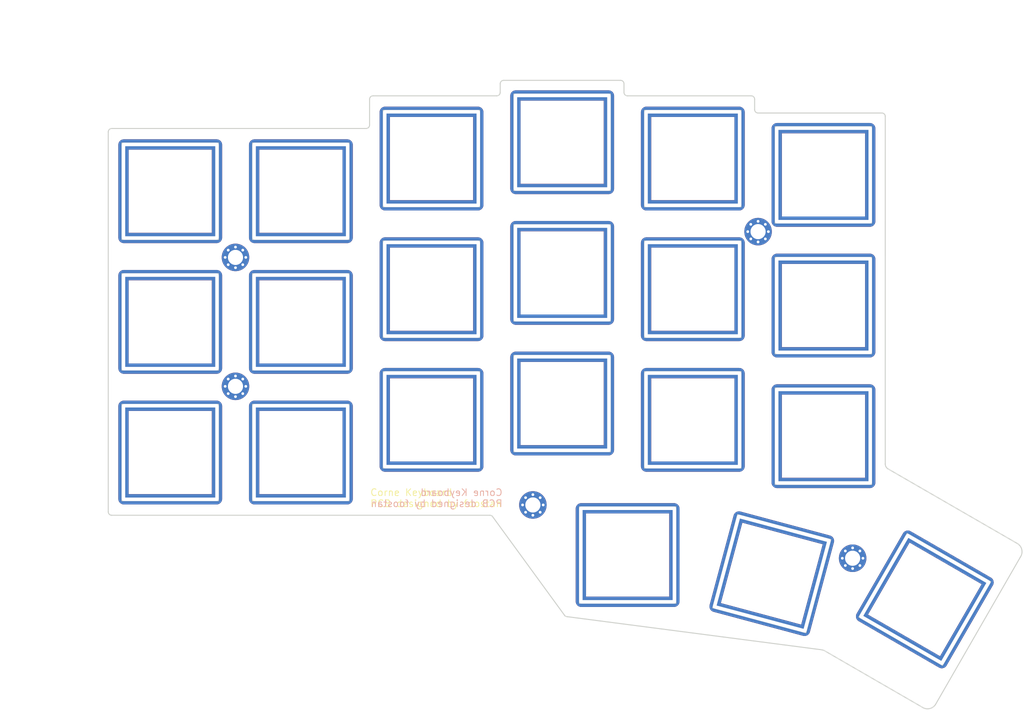
<source format=kicad_pcb>
(kicad_pcb (version 20171130) (host pcbnew "(5.1.2-1)-1")

  (general
    (thickness 1.6)
    (drawings 127)
    (tracks 0)
    (zones 0)
    (modules 26)
    (nets 1)
  )

  (page A4)
  (title_block
    (title "Corne Top Plate")
    (date 2018-12-09)
    (rev 2.1)
    (company foostan)
  )

  (layers
    (0 F.Cu signal)
    (31 B.Cu signal)
    (32 B.Adhes user)
    (33 F.Adhes user)
    (34 B.Paste user)
    (35 F.Paste user)
    (36 B.SilkS user)
    (37 F.SilkS user)
    (38 B.Mask user)
    (39 F.Mask user)
    (40 Dwgs.User user)
    (41 Cmts.User user)
    (42 Eco1.User user)
    (43 Eco2.User user)
    (44 Edge.Cuts user)
    (45 Margin user)
    (46 B.CrtYd user)
    (47 F.CrtYd user)
    (48 B.Fab user)
    (49 F.Fab user)
  )

  (setup
    (last_trace_width 0.25)
    (user_trace_width 0.2)
    (user_trace_width 0.5)
    (trace_clearance 0.2)
    (zone_clearance 0.508)
    (zone_45_only no)
    (trace_min 0.2)
    (via_size 0.6)
    (via_drill 0.4)
    (via_min_size 0.4)
    (via_min_drill 0.3)
    (uvia_size 0.3)
    (uvia_drill 0.1)
    (uvias_allowed no)
    (uvia_min_size 0.2)
    (uvia_min_drill 0.1)
    (edge_width 0.15)
    (segment_width 0.1)
    (pcb_text_width 0.3)
    (pcb_text_size 1.5 1.5)
    (mod_edge_width 0.15)
    (mod_text_size 1 1)
    (mod_text_width 0.15)
    (pad_size 4 4)
    (pad_drill 2.2)
    (pad_to_mask_clearance 0.2)
    (aux_axis_origin 174 65.7)
    (grid_origin 70.01 77.125)
    (visible_elements FFFFFF7F)
    (pcbplotparams
      (layerselection 0x010f0_ffffffff)
      (usegerberextensions true)
      (usegerberattributes false)
      (usegerberadvancedattributes false)
      (creategerberjobfile false)
      (excludeedgelayer true)
      (linewidth 0.100000)
      (plotframeref false)
      (viasonmask false)
      (mode 1)
      (useauxorigin false)
      (hpglpennumber 1)
      (hpglpenspeed 20)
      (hpglpendiameter 15.000000)
      (psnegative false)
      (psa4output false)
      (plotreference true)
      (plotvalue true)
      (plotinvisibletext false)
      (padsonsilk false)
      (subtractmaskfromsilk false)
      (outputformat 1)
      (mirror false)
      (drillshape 0)
      (scaleselection 1)
      (outputdirectory "gerber/"))
  )

  (net 0 "")

  (net_class Default "これは標準のネット クラスです。"
    (clearance 0.2)
    (trace_width 0.25)
    (via_dia 0.6)
    (via_drill 0.4)
    (uvia_dia 0.3)
    (uvia_drill 0.1)
  )

  (module kbd:M2_HOLE_v3 (layer F.Cu) (tedit 5DC1AD4B) (tstamp 5AAA7C4A)
    (at 122.75 122.75)
    (descr "Mounting Hole 2.2mm, no annular, M2")
    (tags "mounting hole 2.2mm no annular m2")
    (attr virtual)
    (fp_text reference "" (at 0 -3.2) (layer F.SilkS)
      (effects (font (size 1 1) (thickness 0.15)))
    )
    (fp_text value "" (at 0 3.2) (layer F.Fab)
      (effects (font (size 1 1) (thickness 0.15)))
    )
    (fp_circle (center 0 0) (end 2.45 0) (layer F.CrtYd) (width 0.05))
    (fp_circle (center 0 0) (end 2.2 0) (layer Cmts.User) (width 0.15))
    (fp_text user %R (at 0.3 0) (layer F.Fab)
      (effects (font (size 1 1) (thickness 0.15)))
    )
    (pad 1 thru_hole circle (at 1.06 -1.06) (size 0.5 0.5) (drill 0.4) (layers *.Cu *.Mask))
    (pad 1 thru_hole circle (at -1.06 -1.06) (size 0.5 0.5) (drill 0.4) (layers *.Cu *.Mask))
    (pad 1 thru_hole circle (at -1.06 1.06) (size 0.5 0.5) (drill 0.4) (layers *.Cu *.Mask))
    (pad 1 thru_hole circle (at 1.06 1.06) (size 0.5 0.5) (drill 0.4) (layers *.Cu *.Mask))
    (pad 1 thru_hole circle (at 0 -1.5) (size 0.5 0.5) (drill 0.4) (layers *.Cu *.Mask))
    (pad 1 thru_hole circle (at 0 1.5) (size 0.5 0.5) (drill 0.4) (layers *.Cu *.Mask))
    (pad 1 thru_hole circle (at -1.5 0) (size 0.5 0.5) (drill 0.4) (layers *.Cu *.Mask))
    (pad 1 thru_hole circle (at 1.5 0) (size 0.5 0.5) (drill 0.4) (layers *.Cu *.Mask))
    (pad 1 thru_hole circle (at 0 0) (size 4 4) (drill 2.2) (layers *.Cu *.Mask))
  )

  (module kbd:M2_HOLE_v3 (layer F.Cu) (tedit 5DC1AD4B) (tstamp 5AAA7D53)
    (at 169.25 130.5)
    (descr "Mounting Hole 2.2mm, no annular, M2")
    (tags "mounting hole 2.2mm no annular m2")
    (attr virtual)
    (fp_text reference "" (at 0 -3.2) (layer F.SilkS)
      (effects (font (size 1 1) (thickness 0.15)))
    )
    (fp_text value "" (at 0 3.2) (layer F.Fab)
      (effects (font (size 1 1) (thickness 0.15)))
    )
    (fp_circle (center 0 0) (end 2.45 0) (layer F.CrtYd) (width 0.05))
    (fp_circle (center 0 0) (end 2.2 0) (layer Cmts.User) (width 0.15))
    (fp_text user %R (at 0.3 0) (layer F.Fab)
      (effects (font (size 1 1) (thickness 0.15)))
    )
    (pad 1 thru_hole circle (at 1.06 -1.06) (size 0.5 0.5) (drill 0.4) (layers *.Cu *.Mask))
    (pad 1 thru_hole circle (at -1.06 -1.06) (size 0.5 0.5) (drill 0.4) (layers *.Cu *.Mask))
    (pad 1 thru_hole circle (at -1.06 1.06) (size 0.5 0.5) (drill 0.4) (layers *.Cu *.Mask))
    (pad 1 thru_hole circle (at 1.06 1.06) (size 0.5 0.5) (drill 0.4) (layers *.Cu *.Mask))
    (pad 1 thru_hole circle (at 0 -1.5) (size 0.5 0.5) (drill 0.4) (layers *.Cu *.Mask))
    (pad 1 thru_hole circle (at 0 1.5) (size 0.5 0.5) (drill 0.4) (layers *.Cu *.Mask))
    (pad 1 thru_hole circle (at -1.5 0) (size 0.5 0.5) (drill 0.4) (layers *.Cu *.Mask))
    (pad 1 thru_hole circle (at 1.5 0) (size 0.5 0.5) (drill 0.4) (layers *.Cu *.Mask))
    (pad 1 thru_hole circle (at 0 0) (size 4 4) (drill 2.2) (layers *.Cu *.Mask))
  )

  (module kbd:M2_HOLE_v3 (layer F.Cu) (tedit 5DC1AD4B) (tstamp 5AAA5A9F)
    (at 79.5 105.5)
    (descr "Mounting Hole 2.2mm, no annular, M2")
    (tags "mounting hole 2.2mm no annular m2")
    (attr virtual)
    (fp_text reference "" (at 0 -3.2) (layer F.SilkS)
      (effects (font (size 1 1) (thickness 0.15)))
    )
    (fp_text value "" (at 0 3.2) (layer F.Fab)
      (effects (font (size 1 1) (thickness 0.15)))
    )
    (fp_circle (center 0 0) (end 2.45 0) (layer F.CrtYd) (width 0.05))
    (fp_circle (center 0 0) (end 2.2 0) (layer Cmts.User) (width 0.15))
    (fp_text user %R (at 0.3 0) (layer F.Fab)
      (effects (font (size 1 1) (thickness 0.15)))
    )
    (pad 1 thru_hole circle (at 1.06 -1.06) (size 0.5 0.5) (drill 0.4) (layers *.Cu *.Mask))
    (pad 1 thru_hole circle (at -1.06 -1.06) (size 0.5 0.5) (drill 0.4) (layers *.Cu *.Mask))
    (pad 1 thru_hole circle (at -1.06 1.06) (size 0.5 0.5) (drill 0.4) (layers *.Cu *.Mask))
    (pad 1 thru_hole circle (at 1.06 1.06) (size 0.5 0.5) (drill 0.4) (layers *.Cu *.Mask))
    (pad 1 thru_hole circle (at 0 -1.5) (size 0.5 0.5) (drill 0.4) (layers *.Cu *.Mask))
    (pad 1 thru_hole circle (at 0 1.5) (size 0.5 0.5) (drill 0.4) (layers *.Cu *.Mask))
    (pad 1 thru_hole circle (at -1.5 0) (size 0.5 0.5) (drill 0.4) (layers *.Cu *.Mask))
    (pad 1 thru_hole circle (at 1.5 0) (size 0.5 0.5) (drill 0.4) (layers *.Cu *.Mask))
    (pad 1 thru_hole circle (at 0 0) (size 4 4) (drill 2.2) (layers *.Cu *.Mask))
  )

  (module kbd:M2_HOLE_v3 (layer F.Cu) (tedit 5DC1AD4B) (tstamp 5AAA7C39)
    (at 155.5 83)
    (descr "Mounting Hole 2.2mm, no annular, M2")
    (tags "mounting hole 2.2mm no annular m2")
    (attr virtual)
    (fp_text reference "" (at 0 -3.2) (layer F.SilkS)
      (effects (font (size 1 1) (thickness 0.15)))
    )
    (fp_text value "" (at 0 3.2) (layer F.Fab)
      (effects (font (size 1 1) (thickness 0.15)))
    )
    (fp_circle (center 0 0) (end 2.45 0) (layer F.CrtYd) (width 0.05))
    (fp_circle (center 0 0) (end 2.2 0) (layer Cmts.User) (width 0.15))
    (fp_text user %R (at 0.3 0) (layer F.Fab)
      (effects (font (size 1 1) (thickness 0.15)))
    )
    (pad 1 thru_hole circle (at 1.06 -1.06) (size 0.5 0.5) (drill 0.4) (layers *.Cu *.Mask))
    (pad 1 thru_hole circle (at -1.06 -1.06) (size 0.5 0.5) (drill 0.4) (layers *.Cu *.Mask))
    (pad 1 thru_hole circle (at -1.06 1.06) (size 0.5 0.5) (drill 0.4) (layers *.Cu *.Mask))
    (pad 1 thru_hole circle (at 1.06 1.06) (size 0.5 0.5) (drill 0.4) (layers *.Cu *.Mask))
    (pad 1 thru_hole circle (at 0 -1.5) (size 0.5 0.5) (drill 0.4) (layers *.Cu *.Mask))
    (pad 1 thru_hole circle (at 0 1.5) (size 0.5 0.5) (drill 0.4) (layers *.Cu *.Mask))
    (pad 1 thru_hole circle (at -1.5 0) (size 0.5 0.5) (drill 0.4) (layers *.Cu *.Mask))
    (pad 1 thru_hole circle (at 1.5 0) (size 0.5 0.5) (drill 0.4) (layers *.Cu *.Mask))
    (pad 1 thru_hole circle (at 0 0) (size 4 4) (drill 2.2) (layers *.Cu *.Mask))
  )

  (module kbd:M2_HOLE_v3 (layer F.Cu) (tedit 5DC1AD4B) (tstamp 5AAA5A7C)
    (at 79.5 86.75)
    (descr "Mounting Hole 2.2mm, no annular, M2")
    (tags "mounting hole 2.2mm no annular m2")
    (attr virtual)
    (fp_text reference "" (at 0 -3.2) (layer F.SilkS)
      (effects (font (size 1 1) (thickness 0.15)))
    )
    (fp_text value "" (at 0 3.2) (layer F.Fab)
      (effects (font (size 1 1) (thickness 0.15)))
    )
    (fp_circle (center 0 0) (end 2.45 0) (layer F.CrtYd) (width 0.05))
    (fp_circle (center 0 0) (end 2.2 0) (layer Cmts.User) (width 0.15))
    (fp_text user %R (at 0.3 0) (layer F.Fab)
      (effects (font (size 1 1) (thickness 0.15)))
    )
    (pad 1 thru_hole circle (at 1.06 -1.06) (size 0.5 0.5) (drill 0.4) (layers *.Cu *.Mask))
    (pad 1 thru_hole circle (at -1.06 -1.06) (size 0.5 0.5) (drill 0.4) (layers *.Cu *.Mask))
    (pad 1 thru_hole circle (at -1.06 1.06) (size 0.5 0.5) (drill 0.4) (layers *.Cu *.Mask))
    (pad 1 thru_hole circle (at 1.06 1.06) (size 0.5 0.5) (drill 0.4) (layers *.Cu *.Mask))
    (pad 1 thru_hole circle (at 0 -1.5) (size 0.5 0.5) (drill 0.4) (layers *.Cu *.Mask))
    (pad 1 thru_hole circle (at 0 1.5) (size 0.5 0.5) (drill 0.4) (layers *.Cu *.Mask))
    (pad 1 thru_hole circle (at -1.5 0) (size 0.5 0.5) (drill 0.4) (layers *.Cu *.Mask))
    (pad 1 thru_hole circle (at 1.5 0) (size 0.5 0.5) (drill 0.4) (layers *.Cu *.Mask))
    (pad 1 thru_hole circle (at 0 0) (size 4 4) (drill 2.2) (layers *.Cu *.Mask))
  )

  (module kbd:SW_Hole_TH (layer F.Cu) (tedit 5DC1A8B7) (tstamp 5DC20BEA)
    (at 179.75 136.485 330)
    (fp_text reference SW2 (at 7 8.1 150) (layer F.SilkS) hide
      (effects (font (size 1 1) (thickness 0.15)))
    )
    (fp_text value KEY_SWITCH (at -7.4 -8.1 150) (layer F.Fab) hide
      (effects (font (size 1 1) (thickness 0.15)))
    )
    (fp_line (start 9.525 9.525) (end 9.525 -9.525) (layer F.Fab) (width 0.15))
    (fp_line (start -9.525 9.525) (end 9.525 9.525) (layer F.Fab) (width 0.15))
    (fp_line (start -9.525 -9.525) (end -9.525 9.525) (layer F.Fab) (width 0.15))
    (fp_line (start 9.525 -9.525) (end -9.525 -9.525) (layer F.Fab) (width 0.15))
    (pad 1 thru_hole oval (at 6.8 0 330) (size 1.5 15) (drill oval 0.5 14) (layers *.Cu *.Mask))
    (pad 1 thru_hole oval (at -6.8 0 330) (size 1.5 15) (drill oval 0.5 14) (layers *.Cu *.Mask))
    (pad 1 thru_hole oval (at 0 6.8 60) (size 1.5 15) (drill oval 0.5 14) (layers *.Cu *.Mask))
    (pad 1 thru_hole oval (at 0 -6.8 60) (size 1.5 15) (drill oval 0.5 14) (layers *.Cu *.Mask))
  )

  (module kbd:SW_Hole_TH (layer F.Cu) (tedit 5DC1A8B7) (tstamp 5DC20BC9)
    (at 157.492 132.744 345)
    (fp_text reference SW2 (at 7 8.1 165) (layer F.SilkS) hide
      (effects (font (size 1 1) (thickness 0.15)))
    )
    (fp_text value KEY_SWITCH (at -7.4 -8.1 165) (layer F.Fab) hide
      (effects (font (size 1 1) (thickness 0.15)))
    )
    (fp_line (start 9.525 -9.525) (end -9.525 -9.525) (layer F.Fab) (width 0.15))
    (fp_line (start -9.525 -9.525) (end -9.525 9.525) (layer F.Fab) (width 0.15))
    (fp_line (start -9.525 9.525) (end 9.525 9.525) (layer F.Fab) (width 0.15))
    (fp_line (start 9.525 9.525) (end 9.525 -9.525) (layer F.Fab) (width 0.15))
    (pad 1 thru_hole oval (at 0 -6.8 75) (size 1.5 15) (drill oval 0.5 14) (layers *.Cu *.Mask))
    (pad 1 thru_hole oval (at 0 6.8 75) (size 1.5 15) (drill oval 0.5 14) (layers *.Cu *.Mask))
    (pad 1 thru_hole oval (at -6.8 0 345) (size 1.5 15) (drill oval 0.5 14) (layers *.Cu *.Mask))
    (pad 1 thru_hole oval (at 6.8 0 345) (size 1.5 15) (drill oval 0.5 14) (layers *.Cu *.Mask))
  )

  (module kbd:SW_Hole_TH (layer F.Cu) (tedit 5DC1A8B7) (tstamp 5DC20B59)
    (at 136.53 130.035)
    (fp_text reference SW2 (at 7 8.1) (layer F.SilkS) hide
      (effects (font (size 1 1) (thickness 0.15)))
    )
    (fp_text value KEY_SWITCH (at -7.4 -8.1) (layer F.Fab) hide
      (effects (font (size 1 1) (thickness 0.15)))
    )
    (fp_line (start 9.525 9.525) (end 9.525 -9.525) (layer F.Fab) (width 0.15))
    (fp_line (start -9.525 9.525) (end 9.525 9.525) (layer F.Fab) (width 0.15))
    (fp_line (start -9.525 -9.525) (end -9.525 9.525) (layer F.Fab) (width 0.15))
    (fp_line (start 9.525 -9.525) (end -9.525 -9.525) (layer F.Fab) (width 0.15))
    (pad 1 thru_hole oval (at 6.8 0) (size 1.5 15) (drill oval 0.5 14) (layers *.Cu *.Mask))
    (pad 1 thru_hole oval (at -6.8 0) (size 1.5 15) (drill oval 0.5 14) (layers *.Cu *.Mask))
    (pad 1 thru_hole oval (at 0 6.8 90) (size 1.5 15) (drill oval 0.5 14) (layers *.Cu *.Mask))
    (pad 1 thru_hole oval (at 0 -6.8 90) (size 1.5 15) (drill oval 0.5 14) (layers *.Cu *.Mask))
  )

  (module kbd:SW_Hole_TH (layer F.Cu) (tedit 5DC1A8B7) (tstamp 5DC20AAA)
    (at 165.01 112.75)
    (fp_text reference SW2 (at 7 8.1) (layer F.SilkS) hide
      (effects (font (size 1 1) (thickness 0.15)))
    )
    (fp_text value KEY_SWITCH (at -7.4 -8.1) (layer F.Fab) hide
      (effects (font (size 1 1) (thickness 0.15)))
    )
    (fp_line (start 9.525 9.525) (end 9.525 -9.525) (layer F.Fab) (width 0.15))
    (fp_line (start -9.525 9.525) (end 9.525 9.525) (layer F.Fab) (width 0.15))
    (fp_line (start -9.525 -9.525) (end -9.525 9.525) (layer F.Fab) (width 0.15))
    (fp_line (start 9.525 -9.525) (end -9.525 -9.525) (layer F.Fab) (width 0.15))
    (pad 1 thru_hole oval (at 6.8 0) (size 1.5 15) (drill oval 0.5 14) (layers *.Cu *.Mask))
    (pad 1 thru_hole oval (at -6.8 0) (size 1.5 15) (drill oval 0.5 14) (layers *.Cu *.Mask))
    (pad 1 thru_hole oval (at 0 6.8 90) (size 1.5 15) (drill oval 0.5 14) (layers *.Cu *.Mask))
    (pad 1 thru_hole oval (at 0 -6.8 90) (size 1.5 15) (drill oval 0.5 14) (layers *.Cu *.Mask))
  )

  (module kbd:SW_Hole_TH (layer F.Cu) (tedit 5DC1A8B7) (tstamp 5DC20A9F)
    (at 165.01 74.75)
    (fp_text reference SW2 (at 7 8.1) (layer F.SilkS) hide
      (effects (font (size 1 1) (thickness 0.15)))
    )
    (fp_text value KEY_SWITCH (at -7.4 -8.1) (layer F.Fab) hide
      (effects (font (size 1 1) (thickness 0.15)))
    )
    (fp_line (start 9.525 9.525) (end 9.525 -9.525) (layer F.Fab) (width 0.15))
    (fp_line (start -9.525 9.525) (end 9.525 9.525) (layer F.Fab) (width 0.15))
    (fp_line (start -9.525 -9.525) (end -9.525 9.525) (layer F.Fab) (width 0.15))
    (fp_line (start 9.525 -9.525) (end -9.525 -9.525) (layer F.Fab) (width 0.15))
    (pad 1 thru_hole oval (at 6.8 0) (size 1.5 15) (drill oval 0.5 14) (layers *.Cu *.Mask))
    (pad 1 thru_hole oval (at -6.8 0) (size 1.5 15) (drill oval 0.5 14) (layers *.Cu *.Mask))
    (pad 1 thru_hole oval (at 0 6.8 90) (size 1.5 15) (drill oval 0.5 14) (layers *.Cu *.Mask))
    (pad 1 thru_hole oval (at 0 -6.8 90) (size 1.5 15) (drill oval 0.5 14) (layers *.Cu *.Mask))
  )

  (module kbd:SW_Hole_TH (layer F.Cu) (tedit 5DC1A8B7) (tstamp 5DC20A94)
    (at 165.01 93.75)
    (fp_text reference SW2 (at 7 8.1) (layer F.SilkS) hide
      (effects (font (size 1 1) (thickness 0.15)))
    )
    (fp_text value KEY_SWITCH (at -7.4 -8.1) (layer F.Fab) hide
      (effects (font (size 1 1) (thickness 0.15)))
    )
    (fp_line (start 9.525 -9.525) (end -9.525 -9.525) (layer F.Fab) (width 0.15))
    (fp_line (start -9.525 -9.525) (end -9.525 9.525) (layer F.Fab) (width 0.15))
    (fp_line (start -9.525 9.525) (end 9.525 9.525) (layer F.Fab) (width 0.15))
    (fp_line (start 9.525 9.525) (end 9.525 -9.525) (layer F.Fab) (width 0.15))
    (pad 1 thru_hole oval (at 0 -6.8 90) (size 1.5 15) (drill oval 0.5 14) (layers *.Cu *.Mask))
    (pad 1 thru_hole oval (at 0 6.8 90) (size 1.5 15) (drill oval 0.5 14) (layers *.Cu *.Mask))
    (pad 1 thru_hole oval (at -6.8 0) (size 1.5 15) (drill oval 0.5 14) (layers *.Cu *.Mask))
    (pad 1 thru_hole oval (at 6.8 0) (size 1.5 15) (drill oval 0.5 14) (layers *.Cu *.Mask))
  )

  (module kbd:SW_Hole_TH (layer F.Cu) (tedit 5DC1A8B7) (tstamp 5DC20A68)
    (at 146.01 91.375)
    (fp_text reference SW2 (at 7 8.1) (layer F.SilkS) hide
      (effects (font (size 1 1) (thickness 0.15)))
    )
    (fp_text value KEY_SWITCH (at -7.4 -8.1) (layer F.Fab) hide
      (effects (font (size 1 1) (thickness 0.15)))
    )
    (fp_line (start 9.525 9.525) (end 9.525 -9.525) (layer F.Fab) (width 0.15))
    (fp_line (start -9.525 9.525) (end 9.525 9.525) (layer F.Fab) (width 0.15))
    (fp_line (start -9.525 -9.525) (end -9.525 9.525) (layer F.Fab) (width 0.15))
    (fp_line (start 9.525 -9.525) (end -9.525 -9.525) (layer F.Fab) (width 0.15))
    (pad 1 thru_hole oval (at 6.8 0) (size 1.5 15) (drill oval 0.5 14) (layers *.Cu *.Mask))
    (pad 1 thru_hole oval (at -6.8 0) (size 1.5 15) (drill oval 0.5 14) (layers *.Cu *.Mask))
    (pad 1 thru_hole oval (at 0 6.8 90) (size 1.5 15) (drill oval 0.5 14) (layers *.Cu *.Mask))
    (pad 1 thru_hole oval (at 0 -6.8 90) (size 1.5 15) (drill oval 0.5 14) (layers *.Cu *.Mask))
  )

  (module kbd:SW_Hole_TH (layer F.Cu) (tedit 5DC1A8B7) (tstamp 5DC20A5D)
    (at 146.01 72.375)
    (fp_text reference SW2 (at 7 8.1) (layer F.SilkS) hide
      (effects (font (size 1 1) (thickness 0.15)))
    )
    (fp_text value KEY_SWITCH (at -7.4 -8.1) (layer F.Fab) hide
      (effects (font (size 1 1) (thickness 0.15)))
    )
    (fp_line (start 9.525 -9.525) (end -9.525 -9.525) (layer F.Fab) (width 0.15))
    (fp_line (start -9.525 -9.525) (end -9.525 9.525) (layer F.Fab) (width 0.15))
    (fp_line (start -9.525 9.525) (end 9.525 9.525) (layer F.Fab) (width 0.15))
    (fp_line (start 9.525 9.525) (end 9.525 -9.525) (layer F.Fab) (width 0.15))
    (pad 1 thru_hole oval (at 0 -6.8 90) (size 1.5 15) (drill oval 0.5 14) (layers *.Cu *.Mask))
    (pad 1 thru_hole oval (at 0 6.8 90) (size 1.5 15) (drill oval 0.5 14) (layers *.Cu *.Mask))
    (pad 1 thru_hole oval (at -6.8 0) (size 1.5 15) (drill oval 0.5 14) (layers *.Cu *.Mask))
    (pad 1 thru_hole oval (at 6.8 0) (size 1.5 15) (drill oval 0.5 14) (layers *.Cu *.Mask))
  )

  (module kbd:SW_Hole_TH (layer F.Cu) (tedit 5DC1A8B7) (tstamp 5DC20A52)
    (at 146.01 110.375)
    (fp_text reference SW2 (at 7 8.1) (layer F.SilkS) hide
      (effects (font (size 1 1) (thickness 0.15)))
    )
    (fp_text value KEY_SWITCH (at -7.4 -8.1) (layer F.Fab) hide
      (effects (font (size 1 1) (thickness 0.15)))
    )
    (fp_line (start 9.525 -9.525) (end -9.525 -9.525) (layer F.Fab) (width 0.15))
    (fp_line (start -9.525 -9.525) (end -9.525 9.525) (layer F.Fab) (width 0.15))
    (fp_line (start -9.525 9.525) (end 9.525 9.525) (layer F.Fab) (width 0.15))
    (fp_line (start 9.525 9.525) (end 9.525 -9.525) (layer F.Fab) (width 0.15))
    (pad 1 thru_hole oval (at 0 -6.8 90) (size 1.5 15) (drill oval 0.5 14) (layers *.Cu *.Mask))
    (pad 1 thru_hole oval (at 0 6.8 90) (size 1.5 15) (drill oval 0.5 14) (layers *.Cu *.Mask))
    (pad 1 thru_hole oval (at -6.8 0) (size 1.5 15) (drill oval 0.5 14) (layers *.Cu *.Mask))
    (pad 1 thru_hole oval (at 6.8 0) (size 1.5 15) (drill oval 0.5 14) (layers *.Cu *.Mask))
  )

  (module kbd:SW_Hole_TH (layer F.Cu) (tedit 5DC1A8B7) (tstamp 5DC20A26)
    (at 127.01 89)
    (fp_text reference SW2 (at 7 8.1) (layer F.SilkS) hide
      (effects (font (size 1 1) (thickness 0.15)))
    )
    (fp_text value KEY_SWITCH (at -7.4 -8.1) (layer F.Fab) hide
      (effects (font (size 1 1) (thickness 0.15)))
    )
    (fp_line (start 9.525 -9.525) (end -9.525 -9.525) (layer F.Fab) (width 0.15))
    (fp_line (start -9.525 -9.525) (end -9.525 9.525) (layer F.Fab) (width 0.15))
    (fp_line (start -9.525 9.525) (end 9.525 9.525) (layer F.Fab) (width 0.15))
    (fp_line (start 9.525 9.525) (end 9.525 -9.525) (layer F.Fab) (width 0.15))
    (pad 1 thru_hole oval (at 0 -6.8 90) (size 1.5 15) (drill oval 0.5 14) (layers *.Cu *.Mask))
    (pad 1 thru_hole oval (at 0 6.8 90) (size 1.5 15) (drill oval 0.5 14) (layers *.Cu *.Mask))
    (pad 1 thru_hole oval (at -6.8 0) (size 1.5 15) (drill oval 0.5 14) (layers *.Cu *.Mask))
    (pad 1 thru_hole oval (at 6.8 0) (size 1.5 15) (drill oval 0.5 14) (layers *.Cu *.Mask))
  )

  (module kbd:SW_Hole_TH (layer F.Cu) (tedit 5DC1A8B7) (tstamp 5DC20A1B)
    (at 127.01 108)
    (fp_text reference SW2 (at 7 8.1) (layer F.SilkS) hide
      (effects (font (size 1 1) (thickness 0.15)))
    )
    (fp_text value KEY_SWITCH (at -7.4 -8.1) (layer F.Fab) hide
      (effects (font (size 1 1) (thickness 0.15)))
    )
    (fp_line (start 9.525 9.525) (end 9.525 -9.525) (layer F.Fab) (width 0.15))
    (fp_line (start -9.525 9.525) (end 9.525 9.525) (layer F.Fab) (width 0.15))
    (fp_line (start -9.525 -9.525) (end -9.525 9.525) (layer F.Fab) (width 0.15))
    (fp_line (start 9.525 -9.525) (end -9.525 -9.525) (layer F.Fab) (width 0.15))
    (pad 1 thru_hole oval (at 6.8 0) (size 1.5 15) (drill oval 0.5 14) (layers *.Cu *.Mask))
    (pad 1 thru_hole oval (at -6.8 0) (size 1.5 15) (drill oval 0.5 14) (layers *.Cu *.Mask))
    (pad 1 thru_hole oval (at 0 6.8 90) (size 1.5 15) (drill oval 0.5 14) (layers *.Cu *.Mask))
    (pad 1 thru_hole oval (at 0 -6.8 90) (size 1.5 15) (drill oval 0.5 14) (layers *.Cu *.Mask))
  )

  (module kbd:SW_Hole_TH (layer F.Cu) (tedit 5DC1A8B7) (tstamp 5DC20A10)
    (at 127.01 70)
    (fp_text reference SW2 (at 7 8.1) (layer F.SilkS) hide
      (effects (font (size 1 1) (thickness 0.15)))
    )
    (fp_text value KEY_SWITCH (at -7.4 -8.1) (layer F.Fab) hide
      (effects (font (size 1 1) (thickness 0.15)))
    )
    (fp_line (start 9.525 9.525) (end 9.525 -9.525) (layer F.Fab) (width 0.15))
    (fp_line (start -9.525 9.525) (end 9.525 9.525) (layer F.Fab) (width 0.15))
    (fp_line (start -9.525 -9.525) (end -9.525 9.525) (layer F.Fab) (width 0.15))
    (fp_line (start 9.525 -9.525) (end -9.525 -9.525) (layer F.Fab) (width 0.15))
    (pad 1 thru_hole oval (at 6.8 0) (size 1.5 15) (drill oval 0.5 14) (layers *.Cu *.Mask))
    (pad 1 thru_hole oval (at -6.8 0) (size 1.5 15) (drill oval 0.5 14) (layers *.Cu *.Mask))
    (pad 1 thru_hole oval (at 0 6.8 90) (size 1.5 15) (drill oval 0.5 14) (layers *.Cu *.Mask))
    (pad 1 thru_hole oval (at 0 -6.8 90) (size 1.5 15) (drill oval 0.5 14) (layers *.Cu *.Mask))
  )

  (module kbd:SW_Hole_TH (layer F.Cu) (tedit 5DC1A8B7) (tstamp 5DC209E4)
    (at 108.01 91.375)
    (fp_text reference SW2 (at 7 8.1) (layer F.SilkS) hide
      (effects (font (size 1 1) (thickness 0.15)))
    )
    (fp_text value KEY_SWITCH (at -7.4 -8.1) (layer F.Fab) hide
      (effects (font (size 1 1) (thickness 0.15)))
    )
    (fp_line (start 9.525 9.525) (end 9.525 -9.525) (layer F.Fab) (width 0.15))
    (fp_line (start -9.525 9.525) (end 9.525 9.525) (layer F.Fab) (width 0.15))
    (fp_line (start -9.525 -9.525) (end -9.525 9.525) (layer F.Fab) (width 0.15))
    (fp_line (start 9.525 -9.525) (end -9.525 -9.525) (layer F.Fab) (width 0.15))
    (pad 1 thru_hole oval (at 6.8 0) (size 1.5 15) (drill oval 0.5 14) (layers *.Cu *.Mask))
    (pad 1 thru_hole oval (at -6.8 0) (size 1.5 15) (drill oval 0.5 14) (layers *.Cu *.Mask))
    (pad 1 thru_hole oval (at 0 6.8 90) (size 1.5 15) (drill oval 0.5 14) (layers *.Cu *.Mask))
    (pad 1 thru_hole oval (at 0 -6.8 90) (size 1.5 15) (drill oval 0.5 14) (layers *.Cu *.Mask))
  )

  (module kbd:SW_Hole_TH (layer F.Cu) (tedit 5DC1A8B7) (tstamp 5DC209D9)
    (at 108.01 110.375)
    (fp_text reference SW2 (at 7 8.1) (layer F.SilkS) hide
      (effects (font (size 1 1) (thickness 0.15)))
    )
    (fp_text value KEY_SWITCH (at -7.4 -8.1) (layer F.Fab) hide
      (effects (font (size 1 1) (thickness 0.15)))
    )
    (fp_line (start 9.525 -9.525) (end -9.525 -9.525) (layer F.Fab) (width 0.15))
    (fp_line (start -9.525 -9.525) (end -9.525 9.525) (layer F.Fab) (width 0.15))
    (fp_line (start -9.525 9.525) (end 9.525 9.525) (layer F.Fab) (width 0.15))
    (fp_line (start 9.525 9.525) (end 9.525 -9.525) (layer F.Fab) (width 0.15))
    (pad 1 thru_hole oval (at 0 -6.8 90) (size 1.5 15) (drill oval 0.5 14) (layers *.Cu *.Mask))
    (pad 1 thru_hole oval (at 0 6.8 90) (size 1.5 15) (drill oval 0.5 14) (layers *.Cu *.Mask))
    (pad 1 thru_hole oval (at -6.8 0) (size 1.5 15) (drill oval 0.5 14) (layers *.Cu *.Mask))
    (pad 1 thru_hole oval (at 6.8 0) (size 1.5 15) (drill oval 0.5 14) (layers *.Cu *.Mask))
  )

  (module kbd:SW_Hole_TH (layer F.Cu) (tedit 5DC1A8B7) (tstamp 5DC209CE)
    (at 108.01 72.375)
    (fp_text reference SW2 (at 7 8.1) (layer F.SilkS) hide
      (effects (font (size 1 1) (thickness 0.15)))
    )
    (fp_text value KEY_SWITCH (at -7.4 -8.1) (layer F.Fab) hide
      (effects (font (size 1 1) (thickness 0.15)))
    )
    (fp_line (start 9.525 -9.525) (end -9.525 -9.525) (layer F.Fab) (width 0.15))
    (fp_line (start -9.525 -9.525) (end -9.525 9.525) (layer F.Fab) (width 0.15))
    (fp_line (start -9.525 9.525) (end 9.525 9.525) (layer F.Fab) (width 0.15))
    (fp_line (start 9.525 9.525) (end 9.525 -9.525) (layer F.Fab) (width 0.15))
    (pad 1 thru_hole oval (at 0 -6.8 90) (size 1.5 15) (drill oval 0.5 14) (layers *.Cu *.Mask))
    (pad 1 thru_hole oval (at 0 6.8 90) (size 1.5 15) (drill oval 0.5 14) (layers *.Cu *.Mask))
    (pad 1 thru_hole oval (at -6.8 0) (size 1.5 15) (drill oval 0.5 14) (layers *.Cu *.Mask))
    (pad 1 thru_hole oval (at 6.8 0) (size 1.5 15) (drill oval 0.5 14) (layers *.Cu *.Mask))
  )

  (module kbd:SW_Hole_TH (layer F.Cu) (tedit 5DC1A8B7) (tstamp 5DC2068E)
    (at 89.01 96.125)
    (fp_text reference SW2 (at 7 8.1) (layer F.SilkS) hide
      (effects (font (size 1 1) (thickness 0.15)))
    )
    (fp_text value KEY_SWITCH (at -7.4 -8.1) (layer F.Fab) hide
      (effects (font (size 1 1) (thickness 0.15)))
    )
    (fp_line (start 9.525 -9.525) (end -9.525 -9.525) (layer F.Fab) (width 0.15))
    (fp_line (start -9.525 -9.525) (end -9.525 9.525) (layer F.Fab) (width 0.15))
    (fp_line (start -9.525 9.525) (end 9.525 9.525) (layer F.Fab) (width 0.15))
    (fp_line (start 9.525 9.525) (end 9.525 -9.525) (layer F.Fab) (width 0.15))
    (pad 1 thru_hole oval (at 0 -6.8 90) (size 1.5 15) (drill oval 0.5 14) (layers *.Cu *.Mask))
    (pad 1 thru_hole oval (at 0 6.8 90) (size 1.5 15) (drill oval 0.5 14) (layers *.Cu *.Mask))
    (pad 1 thru_hole oval (at -6.8 0) (size 1.5 15) (drill oval 0.5 14) (layers *.Cu *.Mask))
    (pad 1 thru_hole oval (at 6.8 0) (size 1.5 15) (drill oval 0.5 14) (layers *.Cu *.Mask))
  )

  (module kbd:SW_Hole_TH (layer F.Cu) (tedit 5DC1A8B7) (tstamp 5DC20683)
    (at 89.01 115.125)
    (fp_text reference SW2 (at 7 8.1) (layer F.SilkS) hide
      (effects (font (size 1 1) (thickness 0.15)))
    )
    (fp_text value KEY_SWITCH (at -7.4 -8.1) (layer F.Fab) hide
      (effects (font (size 1 1) (thickness 0.15)))
    )
    (fp_line (start 9.525 9.525) (end 9.525 -9.525) (layer F.Fab) (width 0.15))
    (fp_line (start -9.525 9.525) (end 9.525 9.525) (layer F.Fab) (width 0.15))
    (fp_line (start -9.525 -9.525) (end -9.525 9.525) (layer F.Fab) (width 0.15))
    (fp_line (start 9.525 -9.525) (end -9.525 -9.525) (layer F.Fab) (width 0.15))
    (pad 1 thru_hole oval (at 6.8 0) (size 1.5 15) (drill oval 0.5 14) (layers *.Cu *.Mask))
    (pad 1 thru_hole oval (at -6.8 0) (size 1.5 15) (drill oval 0.5 14) (layers *.Cu *.Mask))
    (pad 1 thru_hole oval (at 0 6.8 90) (size 1.5 15) (drill oval 0.5 14) (layers *.Cu *.Mask))
    (pad 1 thru_hole oval (at 0 -6.8 90) (size 1.5 15) (drill oval 0.5 14) (layers *.Cu *.Mask))
  )

  (module kbd:SW_Hole_TH (layer F.Cu) (tedit 5DC1A8B7) (tstamp 5DC20678)
    (at 89.01 77.125)
    (fp_text reference SW2 (at 7 8.1) (layer F.SilkS) hide
      (effects (font (size 1 1) (thickness 0.15)))
    )
    (fp_text value KEY_SWITCH (at -7.4 -8.1) (layer F.Fab) hide
      (effects (font (size 1 1) (thickness 0.15)))
    )
    (fp_line (start 9.525 9.525) (end 9.525 -9.525) (layer F.Fab) (width 0.15))
    (fp_line (start -9.525 9.525) (end 9.525 9.525) (layer F.Fab) (width 0.15))
    (fp_line (start -9.525 -9.525) (end -9.525 9.525) (layer F.Fab) (width 0.15))
    (fp_line (start 9.525 -9.525) (end -9.525 -9.525) (layer F.Fab) (width 0.15))
    (pad 1 thru_hole oval (at 6.8 0) (size 1.5 15) (drill oval 0.5 14) (layers *.Cu *.Mask))
    (pad 1 thru_hole oval (at -6.8 0) (size 1.5 15) (drill oval 0.5 14) (layers *.Cu *.Mask))
    (pad 1 thru_hole oval (at 0 6.8 90) (size 1.5 15) (drill oval 0.5 14) (layers *.Cu *.Mask))
    (pad 1 thru_hole oval (at 0 -6.8 90) (size 1.5 15) (drill oval 0.5 14) (layers *.Cu *.Mask))
  )

  (module kbd:SW_Hole_TH (layer F.Cu) (tedit 5DC1A8B7) (tstamp 5DC2064A)
    (at 70.01 115.125)
    (fp_text reference SW2 (at 7 8.1) (layer F.SilkS) hide
      (effects (font (size 1 1) (thickness 0.15)))
    )
    (fp_text value KEY_SWITCH (at -7.4 -8.1) (layer F.Fab) hide
      (effects (font (size 1 1) (thickness 0.15)))
    )
    (fp_line (start 9.525 -9.525) (end -9.525 -9.525) (layer F.Fab) (width 0.15))
    (fp_line (start -9.525 -9.525) (end -9.525 9.525) (layer F.Fab) (width 0.15))
    (fp_line (start -9.525 9.525) (end 9.525 9.525) (layer F.Fab) (width 0.15))
    (fp_line (start 9.525 9.525) (end 9.525 -9.525) (layer F.Fab) (width 0.15))
    (pad 1 thru_hole oval (at 0 -6.8 90) (size 1.5 15) (drill oval 0.5 14) (layers *.Cu *.Mask))
    (pad 1 thru_hole oval (at 0 6.8 90) (size 1.5 15) (drill oval 0.5 14) (layers *.Cu *.Mask))
    (pad 1 thru_hole oval (at -6.8 0) (size 1.5 15) (drill oval 0.5 14) (layers *.Cu *.Mask))
    (pad 1 thru_hole oval (at 6.8 0) (size 1.5 15) (drill oval 0.5 14) (layers *.Cu *.Mask))
  )

  (module kbd:SW_Hole_TH (layer F.Cu) (tedit 5DC1A8B7) (tstamp 5DC20634)
    (at 70.01 96.125)
    (fp_text reference SW2 (at 7 8.1) (layer F.SilkS) hide
      (effects (font (size 1 1) (thickness 0.15)))
    )
    (fp_text value KEY_SWITCH (at -7.4 -8.1) (layer F.Fab) hide
      (effects (font (size 1 1) (thickness 0.15)))
    )
    (fp_line (start 9.525 9.525) (end 9.525 -9.525) (layer F.Fab) (width 0.15))
    (fp_line (start -9.525 9.525) (end 9.525 9.525) (layer F.Fab) (width 0.15))
    (fp_line (start -9.525 -9.525) (end -9.525 9.525) (layer F.Fab) (width 0.15))
    (fp_line (start 9.525 -9.525) (end -9.525 -9.525) (layer F.Fab) (width 0.15))
    (pad 1 thru_hole oval (at 6.8 0) (size 1.5 15) (drill oval 0.5 14) (layers *.Cu *.Mask))
    (pad 1 thru_hole oval (at -6.8 0) (size 1.5 15) (drill oval 0.5 14) (layers *.Cu *.Mask))
    (pad 1 thru_hole oval (at 0 6.8 90) (size 1.5 15) (drill oval 0.5 14) (layers *.Cu *.Mask))
    (pad 1 thru_hole oval (at 0 -6.8 90) (size 1.5 15) (drill oval 0.5 14) (layers *.Cu *.Mask))
  )

  (module kbd:SW_Hole_TH (layer F.Cu) (tedit 5DC1A8B7) (tstamp 5DC20052)
    (at 70.01 77.125)
    (fp_text reference SW2 (at 7 8.1) (layer F.SilkS) hide
      (effects (font (size 1 1) (thickness 0.15)))
    )
    (fp_text value KEY_SWITCH (at -7.4 -8.1) (layer F.Fab) hide
      (effects (font (size 1 1) (thickness 0.15)))
    )
    (fp_line (start 9.525 -9.525) (end -9.525 -9.525) (layer F.Fab) (width 0.15))
    (fp_line (start -9.525 -9.525) (end -9.525 9.525) (layer F.Fab) (width 0.15))
    (fp_line (start -9.525 9.525) (end 9.525 9.525) (layer F.Fab) (width 0.15))
    (fp_line (start 9.525 9.525) (end 9.525 -9.525) (layer F.Fab) (width 0.15))
    (pad 1 thru_hole oval (at 0 -6.8 90) (size 1.5 15) (drill oval 0.5 14) (layers *.Cu *.Mask))
    (pad 1 thru_hole oval (at 0 6.8 90) (size 1.5 15) (drill oval 0.5 14) (layers *.Cu *.Mask))
    (pad 1 thru_hole oval (at -6.8 0) (size 1.5 15) (drill oval 0.5 14) (layers *.Cu *.Mask))
    (pad 1 thru_hole oval (at 6.8 0) (size 1.5 15) (drill oval 0.5 14) (layers *.Cu *.Mask))
  )

  (dimension 92.487 (width 0.15) (layer Dwgs.User)
    (gr_text "92.487 mm" (at 48.919 106.5375 270) (layer Dwgs.User)
      (effects (font (size 1 1) (thickness 0.15)))
    )
    (feature1 (pts (xy 60.221 152.781) (xy 49.632579 152.781)))
    (feature2 (pts (xy 60.221 60.294) (xy 49.632579 60.294)))
    (crossbar (pts (xy 50.219 60.294) (xy 50.219 152.781)))
    (arrow1a (pts (xy 50.219 152.781) (xy 49.632579 151.654496)))
    (arrow1b (pts (xy 50.219 152.781) (xy 50.805421 151.654496)))
    (arrow2a (pts (xy 50.219 60.294) (xy 49.632579 61.420504)))
    (arrow2b (pts (xy 50.219 60.294) (xy 50.805421 61.420504)))
  )
  (dimension 133.902 (width 0.15) (layer Dwgs.User)
    (gr_text "133.902 mm" (at 127.172 50.013) (layer Dwgs.User)
      (effects (font (size 1 1) (thickness 0.15)))
    )
    (feature1 (pts (xy 194.123 60.09) (xy 194.123 50.726579)))
    (feature2 (pts (xy 60.221 60.09) (xy 60.221 50.726579)))
    (crossbar (pts (xy 60.221 51.313) (xy 194.123 51.313)))
    (arrow1a (pts (xy 194.123 51.313) (xy 192.996496 51.899421)))
    (arrow1b (pts (xy 194.123 51.313) (xy 192.996496 50.726579)))
    (arrow2a (pts (xy 60.221 51.313) (xy 61.347504 51.899421)))
    (arrow2b (pts (xy 60.221 51.313) (xy 61.347504 50.726579)))
  )
  (gr_line (start 63 84.125) (end 77 84.125) (layer Edge.Cuts) (width 0.15) (tstamp 5B892F5B))
  (gr_line (start 63 70.125) (end 77 70.125) (layer Edge.Cuts) (width 0.15))
  (gr_line (start 63 84.125) (end 63 70.125) (layer Edge.Cuts) (width 0.15))
  (gr_line (start 77 70.125) (end 77 84.125) (layer Edge.Cuts) (width 0.15))
  (gr_line (start 79.5 86.75) (end 79.51 86.75) (angle 90) (layer Eco2.User) (width 2.5))
  (gr_line (start 189.31 133.925) (end 177.19 126.925) (layer Edge.Cuts) (width 0.15))
  (gr_line (start 182.31 146.045) (end 189.31 133.925) (layer Edge.Cuts) (width 0.15))
  (gr_line (start 170.19 139.045) (end 182.31 146.045) (layer Edge.Cuts) (width 0.15))
  (gr_line (start 177.19 126.925) (end 170.19 139.045) (layer Edge.Cuts) (width 0.15))
  (gr_line (start 166.06 127.795) (end 152.54 124.175) (layer Edge.Cuts) (width 0.15))
  (gr_line (start 162.44 141.315) (end 166.06 127.795) (layer Edge.Cuts) (width 0.15))
  (gr_line (start 148.92 137.695) (end 162.44 141.315) (layer Edge.Cuts) (width 0.15))
  (gr_line (start 152.54 124.175) (end 148.92 137.695) (layer Edge.Cuts) (width 0.15))
  (gr_line (start 143.53 123.035) (end 129.53 123.035) (layer Edge.Cuts) (width 0.15))
  (gr_line (start 143.53 137.035) (end 143.53 123.035) (layer Edge.Cuts) (width 0.15))
  (gr_line (start 129.53 137.035) (end 143.53 137.035) (layer Edge.Cuts) (width 0.15))
  (gr_line (start 129.53 123.035) (end 129.53 137.035) (layer Edge.Cuts) (width 0.15))
  (gr_line (start 172 67.75) (end 172 81.75) (layer Edge.Cuts) (width 0.15) (tstamp 5BEC4AF3))
  (gr_line (start 158 81.75) (end 172 81.75) (layer Edge.Cuts) (width 0.15) (tstamp 5BEC4AF1))
  (gr_line (start 158 119.75) (end 172 119.75) (layer Edge.Cuts) (width 0.15) (tstamp 5BEC4AEF))
  (gr_line (start 172 105.75) (end 172 119.75) (layer Edge.Cuts) (width 0.15) (tstamp 5BEC4AED))
  (gr_line (start 158 119.75) (end 158 105.75) (layer Edge.Cuts) (width 0.15) (tstamp 5BEC4AEC))
  (gr_line (start 158 100.75) (end 172 100.75) (layer Edge.Cuts) (width 0.15) (tstamp 5BEC4AEA))
  (gr_line (start 158 81.75) (end 158 67.75) (layer Edge.Cuts) (width 0.15) (tstamp 5BEC4AE8))
  (gr_line (start 158 105.75) (end 172 105.75) (layer Edge.Cuts) (width 0.15) (tstamp 5BEC4AE5))
  (gr_line (start 172 86.75) (end 172 100.75) (layer Edge.Cuts) (width 0.15) (tstamp 5BEC4AE4))
  (gr_line (start 158 100.75) (end 158 86.75) (layer Edge.Cuts) (width 0.15) (tstamp 5BEC4AE3))
  (gr_line (start 158 86.75) (end 172 86.75) (layer Edge.Cuts) (width 0.15) (tstamp 5BEC4AE0))
  (gr_line (start 153 65.375) (end 153 79.375) (layer Edge.Cuts) (width 0.15) (tstamp 5BEC4ACB))
  (gr_line (start 139 79.375) (end 153 79.375) (layer Edge.Cuts) (width 0.15) (tstamp 5BEC4AC9))
  (gr_line (start 139 117.375) (end 153 117.375) (layer Edge.Cuts) (width 0.15) (tstamp 5BEC4AC7))
  (gr_line (start 153 103.375) (end 153 117.375) (layer Edge.Cuts) (width 0.15) (tstamp 5BEC4AC5))
  (gr_line (start 139 117.375) (end 139 103.375) (layer Edge.Cuts) (width 0.15) (tstamp 5BEC4AC4))
  (gr_line (start 139 98.375) (end 153 98.375) (layer Edge.Cuts) (width 0.15) (tstamp 5BEC4AC2))
  (gr_line (start 139 79.375) (end 139 65.375) (layer Edge.Cuts) (width 0.15) (tstamp 5BEC4AC0))
  (gr_line (start 139 103.375) (end 153 103.375) (layer Edge.Cuts) (width 0.15) (tstamp 5BEC4ABD))
  (gr_line (start 153 84.375) (end 153 98.375) (layer Edge.Cuts) (width 0.15) (tstamp 5BEC4ABC))
  (gr_line (start 139 98.375) (end 139 84.375) (layer Edge.Cuts) (width 0.15) (tstamp 5BEC4ABB))
  (gr_line (start 139 84.375) (end 153 84.375) (layer Edge.Cuts) (width 0.15) (tstamp 5BEC4AB8))
  (gr_line (start 120 115) (end 134 115) (layer Edge.Cuts) (width 0.15) (tstamp 5BEC4AA3))
  (gr_line (start 134 82) (end 134 96) (layer Edge.Cuts) (width 0.15) (tstamp 5BEC4AA1))
  (gr_line (start 120 96) (end 120 82) (layer Edge.Cuts) (width 0.15) (tstamp 5BEC4AA0))
  (gr_line (start 120 82) (end 134 82) (layer Edge.Cuts) (width 0.15) (tstamp 5BEC4A9D))
  (gr_line (start 120 96) (end 134 96) (layer Edge.Cuts) (width 0.15) (tstamp 5BEC4A9C))
  (gr_line (start 120 77) (end 134 77) (layer Edge.Cuts) (width 0.15) (tstamp 5BEC4A99))
  (gr_line (start 134 101) (end 134 115) (layer Edge.Cuts) (width 0.15) (tstamp 5BEC4A98))
  (gr_line (start 120 115) (end 120 101) (layer Edge.Cuts) (width 0.15) (tstamp 5BEC4A97))
  (gr_line (start 120 101) (end 134 101) (layer Edge.Cuts) (width 0.15) (tstamp 5BEC4A96))
  (gr_line (start 134 63) (end 134 77) (layer Edge.Cuts) (width 0.15) (tstamp 5BEC4A93))
  (gr_line (start 120 77) (end 120 63) (layer Edge.Cuts) (width 0.15) (tstamp 5BEC4A92))
  (gr_line (start 115 65.375) (end 115 79.375) (layer Edge.Cuts) (width 0.15) (tstamp 5BEC4A7A))
  (gr_line (start 101 79.375) (end 101 65.375) (layer Edge.Cuts) (width 0.15) (tstamp 5BEC4A79))
  (gr_line (start 101 79.375) (end 115 79.375) (layer Edge.Cuts) (width 0.15) (tstamp 5BEC4A77))
  (gr_line (start 115 103.375) (end 115 117.375) (layer Edge.Cuts) (width 0.15) (tstamp 5BEC4A75))
  (gr_line (start 101 117.375) (end 101 103.375) (layer Edge.Cuts) (width 0.15) (tstamp 5BEC4A74))
  (gr_line (start 101 103.375) (end 115 103.375) (layer Edge.Cuts) (width 0.15) (tstamp 5BEC4A73))
  (gr_line (start 101 117.375) (end 115 117.375) (layer Edge.Cuts) (width 0.15) (tstamp 5BEC4A71))
  (gr_line (start 115 84.375) (end 115 98.375) (layer Edge.Cuts) (width 0.15) (tstamp 5BEC4A6F))
  (gr_line (start 101 98.375) (end 101 84.375) (layer Edge.Cuts) (width 0.15) (tstamp 5BEC4A6E))
  (gr_line (start 101 84.375) (end 115 84.375) (layer Edge.Cuts) (width 0.15) (tstamp 5BEC4A6D))
  (gr_line (start 101 98.375) (end 115 98.375) (layer Edge.Cuts) (width 0.15) (tstamp 5BEC4A6A))
  (gr_line (start 158 67.75) (end 172 67.75) (layer Edge.Cuts) (width 0.15) (tstamp 5BEC49F7))
  (gr_line (start 139 65.375) (end 153 65.375) (layer Edge.Cuts) (width 0.15) (tstamp 5BEC49D4))
  (gr_line (start 120 63) (end 134 63) (layer Edge.Cuts) (width 0.15) (tstamp 5BEC49B1))
  (gr_line (start 101 65.375) (end 115 65.375) (layer Edge.Cuts) (width 0.15) (tstamp 5BEC4996))
  (gr_line (start 96 70.125) (end 96 84.125) (layer Edge.Cuts) (width 0.15) (tstamp 5BEC4960))
  (gr_line (start 82 84.125) (end 82 70.125) (layer Edge.Cuts) (width 0.15) (tstamp 5BEC495F))
  (gr_line (start 82 70.125) (end 96 70.125) (layer Edge.Cuts) (width 0.15) (tstamp 5BEC495E))
  (gr_line (start 82 84.125) (end 96 84.125) (layer Edge.Cuts) (width 0.15) (tstamp 5BEC495D))
  (gr_line (start 96 108.125) (end 96 122.125) (layer Edge.Cuts) (width 0.15) (tstamp 5BEC495B))
  (gr_line (start 82 122.125) (end 82 108.125) (layer Edge.Cuts) (width 0.15) (tstamp 5BEC495A))
  (gr_line (start 82 108.125) (end 96 108.125) (layer Edge.Cuts) (width 0.15) (tstamp 5BEC4959))
  (gr_line (start 82 122.125) (end 96 122.125) (layer Edge.Cuts) (width 0.15) (tstamp 5BEC4957))
  (gr_line (start 96 89.125) (end 96 103.125) (layer Edge.Cuts) (width 0.15) (tstamp 5BEC4955))
  (gr_line (start 82 103.125) (end 82 89.125) (layer Edge.Cuts) (width 0.15) (tstamp 5BEC4954))
  (gr_line (start 82 89.125) (end 96 89.125) (layer Edge.Cuts) (width 0.15) (tstamp 5BEC4953))
  (gr_line (start 82 103.125) (end 96 103.125) (layer Edge.Cuts) (width 0.15) (tstamp 5BEC4952))
  (gr_line (start 77 108.125) (end 77 122.125) (layer Edge.Cuts) (width 0.15) (tstamp 5BEC4612))
  (gr_line (start 63 122.125) (end 63 108.125) (layer Edge.Cuts) (width 0.15) (tstamp 5BEC4611))
  (gr_line (start 63 108.125) (end 77 108.125) (layer Edge.Cuts) (width 0.15) (tstamp 5BEC4610))
  (gr_line (start 63 122.125) (end 77 122.125) (layer Edge.Cuts) (width 0.15) (tstamp 5BEC460F))
  (gr_line (start 77 89.125) (end 77 103.125) (layer Edge.Cuts) (width 0.15) (tstamp 5BEC47B3))
  (gr_line (start 63 103.125) (end 63 89.125) (layer Edge.Cuts) (width 0.15) (tstamp 5BEC47B6))
  (gr_line (start 63 89.125) (end 77 89.125) (layer Edge.Cuts) (width 0.15) (tstamp 5BEC47B9))
  (gr_line (start 63 103.125) (end 77 103.125) (layer Edge.Cuts) (width 0.15) (tstamp 5BEC47BC))
  (gr_arc (start 174.847282 116.785192) (end 173.997282 116.810192) (angle -52.52752939) (layer Edge.Cuts) (width 0.15))
  (gr_arc (start 192.500001 129.550001) (end 193.65 130.325) (angle -90.22347501) (layer Edge.Cuts) (width 0.15) (tstamp 5B892EBC))
  (gr_line (start 193.270509 128.396988) (end 174.35 117.475) (layer Edge.Cuts) (width 0.15))
  (gr_arc (start 180.14425 151.010957) (end 179.369251 152.160956) (angle -90.22347501) (layer Edge.Cuts) (width 0.15))
  (gr_arc (start 164.087404 147.16844) (end 165.075 143.9) (angle -11.21335546) (layer Edge.Cuts) (width 0.15))
  (gr_line (start 181.297263 151.781465) (end 193.65 130.325) (layer Edge.Cuts) (width 0.15))
  (gr_line (start 165.075 143.9) (end 179.369251 152.160956) (layer Edge.Cuts) (width 0.15))
  (gr_line (start 127.75 139) (end 164.420556 143.770344) (layer Edge.Cuts) (width 0.15))
  (gr_arc (start 127.75 138.5) (end 127.75 139) (angle 45) (layer Edge.Cuts) (width 0.15))
  (gr_line (start 116.853553 124.396447) (end 127.396447 138.853553) (angle 90) (layer Edge.Cuts) (width 0.15))
  (gr_line (start 169.26 130.5) (end 169.25 130.5) (angle 90) (layer Eco2.User) (width 2.5) (tstamp 5AAFF2CD))
  (gr_line (start 122.76 122.75) (end 122.75 122.75) (angle 90) (layer Eco2.User) (width 2.5) (tstamp 5AAFF292))
  (gr_line (start 155.51 83) (end 155.5 83) (angle 90) (layer Eco2.User) (width 2.5) (tstamp 5AAFF245))
  (gr_line (start 79.5 105.5) (end 79.51 105.5) (angle 90) (layer Eco2.User) (width 2.5) (tstamp 5AAFF0EB))
  (gr_text "Corne Keyboard\nPCB designed by foostan" (at 118.406 121.741) (layer B.SilkS)
    (effects (font (size 1 1) (thickness 0.125)) (justify left mirror))
  )
  (gr_text "Corne Keyboard\nPCB designed by foostan" (at 99.036 121.741) (layer F.SilkS)
    (effects (font (size 1 1) (thickness 0.125)) (justify left))
  )
  (gr_line (start 174 66.25) (end 173.997282 116.810192) (angle 90) (layer Edge.Cuts) (width 0.15))
  (gr_arc (start 173.5 66.25) (end 173.5 65.75) (angle 90) (layer Edge.Cuts) (width 0.15))
  (gr_arc (start 116.5 124.75) (end 116.5 124.25) (angle 45) (layer Edge.Cuts) (width 0.15))
  (gr_arc (start 61.5 123.75) (end 61.5 124.25) (angle 90) (layer Edge.Cuts) (width 0.15))
  (gr_arc (start 61.5 68.5) (end 61 68.5) (angle 90) (layer Edge.Cuts) (width 0.15))
  (gr_arc (start 98.5 67.5) (end 99 67.5) (angle 90) (layer Edge.Cuts) (width 0.15))
  (gr_arc (start 99.5 63.75) (end 99 63.75) (angle 90) (layer Edge.Cuts) (width 0.15))
  (gr_arc (start 117.5 62.75) (end 118 62.75) (angle 90) (layer Edge.Cuts) (width 0.15))
  (gr_arc (start 118.5 61.5) (end 118 61.5) (angle 90) (layer Edge.Cuts) (width 0.15))
  (gr_arc (start 135.5 61.5) (end 135.5 61) (angle 90) (layer Edge.Cuts) (width 0.15))
  (gr_arc (start 136.5 62.75) (end 136.5 63.25) (angle 90) (layer Edge.Cuts) (width 0.15))
  (gr_arc (start 154.5 63.75) (end 154.5 63.25) (angle 90) (layer Edge.Cuts) (width 0.15))
  (gr_arc (start 155.5 65.25) (end 155.5 65.75) (angle 90) (layer Edge.Cuts) (width 0.15))
  (gr_line (start 116.5 124.25) (end 61.5 124.25) (angle 90) (layer Edge.Cuts) (width 0.15))
  (gr_line (start 61 68.5) (end 61 123.75) (angle 90) (layer Edge.Cuts) (width 0.15))
  (gr_line (start 98.5 68) (end 61.5 68) (angle 90) (layer Edge.Cuts) (width 0.15))
  (gr_line (start 99 63.75) (end 99 67.5) (angle 90) (layer Edge.Cuts) (width 0.15))
  (gr_line (start 117.5 63.25) (end 99.5 63.25) (angle 90) (layer Edge.Cuts) (width 0.15))
  (gr_line (start 118 61.5) (end 118 62.75) (angle 90) (layer Edge.Cuts) (width 0.15))
  (gr_line (start 135.5 61) (end 118.5 61) (angle 90) (layer Edge.Cuts) (width 0.15))
  (gr_line (start 136 62.75) (end 136 61.5) (angle 90) (layer Edge.Cuts) (width 0.15))
  (gr_line (start 154.5 63.25) (end 136.5 63.25) (angle 90) (layer Edge.Cuts) (width 0.15))
  (gr_line (start 155 65.25) (end 155 63.75) (angle 90) (layer Edge.Cuts) (width 0.15))
  (gr_line (start 173.5 65.75) (end 155.5 65.75) (angle 90) (layer Edge.Cuts) (width 0.15))

)

</source>
